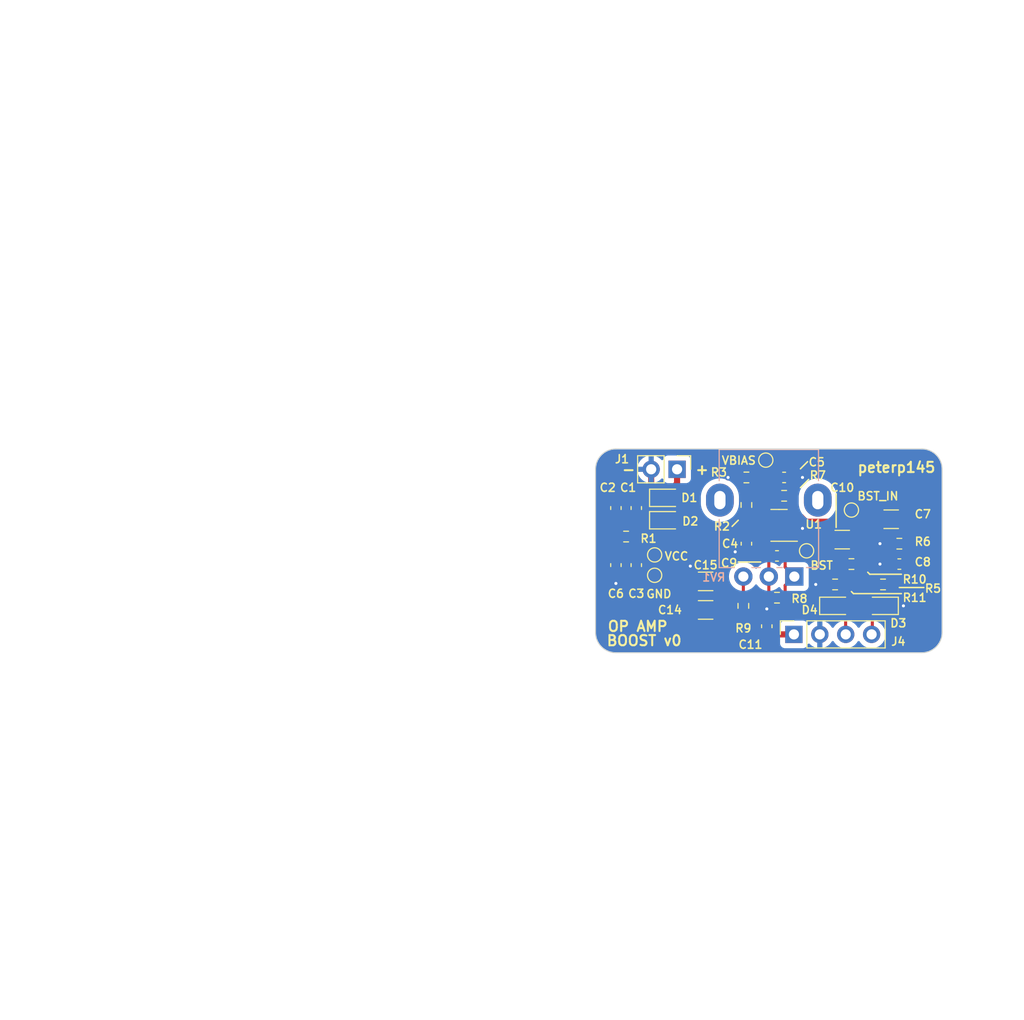
<source format=kicad_pcb>
(kicad_pcb (version 20221018) (generator pcbnew)
  (layers (0 "F.Cu" signal) (31 "B.Cu" power) (34 "B.Paste" user) (35 "F.Paste" user) (36 "B.SilkS" user "B.Silkscreen") (37 "F.SilkS" user "F.Silkscreen") (38 "B.Mask" user) (39 "F.Mask" user) (44 "Edge.Cuts" user))
  (net 0 "")
  (net 1 "GND")
  (net 2 "VCC")
  (net 3 "Net-(C10-Pad2)")
  (net 4 "Net-(R9-Pad1)")
  (net 5 "/VCC_FILT_IN")
  (net 6 "/in_filt")
  (net 7 "/boost+")
  (net 8 "/boost-")
  (net 9 "/boost_out")
  (net 10 "/VCC_IN")
  (net 11 "/in")
  (net 12 "/out")
  (net 13 "/VBIAS")
  (net 14 "Net-(C14-Pad1)")
  (footprint "resistors:R_0603_1608Metric" (layer "F.Cu") (at 166.5 107.3)
    (fp_text reference "R11" (at 7.8 1.3 180) (layer "F.SilkS") (effects (font (size 0.8 0.8))))
    (fp_text value "10k")
    (fp_line (start -0.237258 -0.5225) (end 0.237258 -0.5225) (stroke (width 0.12)) (layer "F.SilkS"))
    (fp_line (start -0.237258 0.5225) (end 0.237258 0.5225) (stroke (width 0.12)) (layer "F.SilkS"))
    (pad "1" smd roundrect (at -0.8 0) (size 0.95 1) (layers "F.Cu" "F.Paste" "F.Mask") (net 1 "GND"))
    (pad "2" smd roundrect (at 0.8 0) (size 0.95 1) (layers "F.Cu" "F.Paste" "F.Mask") (net 12 "/out"))
  )
  (footprint "capacitors:C_0603_1608Metric" (layer "F.Cu") (at 147 105.4 -90)
    (fp_text reference "C3" (at 2.8 0 -180) (layer "F.SilkS") (effects (font (size 0.8 0.8))))
    (fp_text value "2u2")
    (fp_line (start -0.14058 -0.51) (end 0.14058 -0.51) (stroke (width 0.12)) (layer "F.SilkS"))
    (fp_line (start -0.14058 0.51) (end 0.14058 0.51) (stroke (width 0.12)) (layer "F.SilkS"))
    (pad "1" smd roundrect (at -0.8 0 270) (size 0.95 1) (layers "F.Cu" "F.Paste" "F.Mask") (net 2 "VCC"))
    (pad "2" smd roundrect (at 0.8 0 270) (size 0.95 1) (layers "F.Cu" "F.Paste" "F.Mask") (net 1 "GND"))
  )
  (footprint "capacitors:C_1206_3216Metric" (layer "F.Cu") (at 172 100.9 180)
    (fp_text reference "C7" (at -3.1 0.5) (layer "F.SilkS") (effects (font (size 0.8 0.8))))
    (fp_text value "0u1")
    (fp_line (start -0.711252 -0.91) (end 0.711252 -0.91) (stroke (width 0.12)) (layer "F.SilkS"))
    (fp_line (start -0.711252 0.91) (end 0.711252 0.91) (stroke (width 0.12)) (layer "F.SilkS"))
    (pad "1" smd roundrect (at -1.45 0 180) (size 1.15 1.8) (layers "F.Cu" "F.Paste" "F.Mask") (roundrect_rratio 0.217391) (net 6 "/in_filt"))
    (pad "2" smd roundrect (at 1.45 0 180) (size 1.15 1.8) (layers "F.Cu" "F.Paste" "F.Mask") (roundrect_rratio 0.217391) (net 7 "/boost+"))
  )
  (footprint "capacitors:C_0603_1608Metric" (layer "F.Cu") (at 159.8 111.4 90)
    (fp_text reference "C11" (at -1.8 -1.6 180) (layer "F.SilkS") (effects (font (size 0.8 0.8))))
    (fp_text value "0u1")
    (fp_line (start -0.14058 -0.51) (end 0.14058 -0.51) (stroke (width 0.12)) (layer "F.SilkS"))
    (fp_line (start -0.14058 0.51) (end 0.14058 0.51) (stroke (width 0.12)) (layer "F.SilkS"))
    (pad "1" smd roundrect (at -0.8 0 90) (size 0.95 1) (layers "F.Cu" "F.Paste" "F.Mask") (net 2 "VCC"))
    (pad "2" smd roundrect (at 0.8 0 90) (size 0.95 1) (layers "F.Cu" "F.Paste" "F.Mask") (net 1 "GND"))
  )
  (footprint "TestPoint:TestPoint_Pad_D1.0mm" (layer "F.Cu") (at 168.1 100)
    (fp_text reference "TP4" hide)
    (fp_text value "TestPoint")
    (fp_circle (center 0 0) (end 0 0.7) (stroke (width 0.12)) (fill none) (layer "F.SilkS"))
    (pad "1" smd circle (at 0 0) (size 1 1) (layers "F.Cu" "F.Mask") (net 7 "/boost+"))
  )
  (footprint "hammond:1590G" (layer "F.Cu") (at 160 100)
    (fp_text reference "N1" hide)
    (fp_text value "1590G2")
  )
  (footprint "capacitors:C_0603_1608Metric" (layer "F.Cu") (at 160.8 104.5)
    (fp_text reference "C9" (at -4.7 0.7) (layer "F.SilkS") (effects (font (size 0.8 0.8))))
    (fp_text value "100p")
    (fp_line (start -0.14058 -0.51) (end 0.14058 -0.51) (stroke (width 0.12)) (layer "F.SilkS"))
    (fp_line (start -0.14058 0.51) (end 0.14058 0.51) (stroke (width 0.12)) (layer "F.SilkS"))
    (pad "1" smd roundrect (at -0.8 0) (size 0.95 1) (layers "F.Cu" "F.Paste" "F.Mask") (net 8 "/boost-"))
    (pad "2" smd roundrect (at 0.8 0) (size 0.95 1) (layers "F.Cu" "F.Paste" "F.Mask") (net 9 "/boost_out"))
  )
  (footprint "resistors:R_0603_1608Metric" (layer "F.Cu") (at 161.5 98.6 180)
    (fp_text reference "R7" (at -3.3 2) (layer "F.SilkS") (effects (font (size 0.8 0.8))))
    (fp_text value "2M2")
    (fp_line (start -0.237258 -0.5225) (end 0.237258 -0.5225) (stroke (width 0.12)) (layer "F.SilkS"))
    (fp_line (start -0.237258 0.5225) (end 0.237258 0.5225) (stroke (width 0.12)) (layer "F.SilkS"))
    (pad "1" smd roundrect (at -0.8 0 180) (size 0.95 1) (layers "F.Cu" "F.Paste" "F.Mask") (net 7 "/boost+"))
    (pad "2" smd roundrect (at 0.8 0 180) (size 0.95 1) (layers "F.Cu" "F.Paste" "F.Mask") (net 13 "/VBIAS"))
  )
  (footprint "capacitors:C_0603_1608Metric" (layer "F.Cu") (at 147 99.8 90)
    (fp_text reference "C1" (at 2 -0.8 180) (layer "F.SilkS") (effects (font (size 0.8 0.8))))
    (fp_text value "0u1")
    (fp_line (start -0.14058 -0.51) (end 0.14058 -0.51) (stroke (width 0.12)) (layer "F.SilkS"))
    (fp_line (start -0.14058 0.51) (end 0.14058 0.51) (stroke (width 0.12)) (layer "F.SilkS"))
    (pad "1" smd roundrect (at -0.8 0 90) (size 0.95 1) (layers "F.Cu" "F.Paste" "F.Mask") (net 5 "/VCC_FILT_IN"))
    (pad "2" smd roundrect (at 0.8 0 90) (size 0.95 1) (layers "F.Cu" "F.Paste" "F.Mask") (net 1 "GND"))
  )
  (footprint "capacitors:C_0603_1608Metric" (layer "F.Cu") (at 157.8 103.3 -90)
    (fp_text reference "C4" (at 0 1.6 -180) (layer "F.SilkS") (effects (font (size 0.8 0.8))))
    (fp_text value "0u1")
    (fp_line (start -0.14058 -0.51) (end 0.14058 -0.51) (stroke (width 0.12)) (layer "F.SilkS"))
    (fp_line (start -0.14058 0.51) (end 0.14058 0.51) (stroke (width 0.12)) (layer "F.SilkS"))
    (pad "1" smd roundrect (at -0.8 0 270) (size 0.95 1) (layers "F.Cu" "F.Paste" "F.Mask") (net 2 "VCC"))
    (pad "2" smd roundrect (at 0.8 0 270) (size 0.95 1) (layers "F.Cu" "F.Paste" "F.Mask") (net 1 "GND"))
  )
  (footprint "SOD:D_SOD-323" (layer "F.Cu") (at 171.2 109.4 180)
    (fp_text reference "D3" (at -1.5 -1.7) (layer "F.SilkS") (effects (font (size 0.8 0.8))))
    (fp_text value "12V 1A")
    (fp_line (start -1.5 -0.85) (end -1.5 0.85) (stroke (width 0.12)) (layer "F.SilkS"))
    (fp_line (start -1.5 -0.85) (end 1.05 -0.85) (stroke (width 0.12)) (layer "F.SilkS"))
    (fp_line (start -1.5 0.85) (end 1.05 0.85) (stroke (width 0.12)) (layer "F.SilkS"))
    (pad "1" smd roundrect (at -1.05 0 180) (size 0.6 0.45) (layers "F.Cu" "F.Paste" "F.Mask") (roundrect_rratio 0.2) (net 1 "GND"))
    (pad "2" smd roundrect (at 1.05 0 180) (size 0.6 0.45) (layers "F.Cu" "F.Paste" "F.Mask") (roundrect_rratio 0.2) (net 11 "/in"))
  )
  (footprint "capacitors:C_1206_3216Metric" (layer "F.Cu") (at 153.8 109.8 180)
    (fp_text reference "C14" (at 3.5 0) (layer "F.SilkS") (effects (font (size 0.8 0.8))))
    (fp_text value "22u")
    (fp_line (start -0.711252 -0.91) (end 0.711252 -0.91) (stroke (width 0.12)) (layer "F.SilkS"))
    (fp_line (start -0.711252 0.91) (end 0.711252 0.91) (stroke (width 0.12)) (layer "F.SilkS"))
    (pad "1" smd roundrect (at -1.45 0 180) (size 1.15 1.8) (layers "F.Cu" "F.Paste" "F.Mask") (roundrect_rratio 0.217391) (net 14 "Net-(C14-Pad1)"))
    (pad "2" smd roundrect (at 1.45 0 180) (size 1.15 1.8) (layers "F.Cu" "F.Paste" "F.Mask") (roundrect_rratio 0.217391) (net 1 "GND"))
  )
  (footprint "capacitors:C_0603_1608Metric" (layer "F.Cu") (at 145 105.4 -90)
    (fp_text reference "C6" (at 2.8 0 -180) (layer "F.SilkS") (effects (font (size 0.8 0.8))))
    (fp_text value "2u2")
    (fp_line (start -0.14058 -0.51) (end 0.14058 -0.51) (stroke (width 0.12)) (layer "F.SilkS"))
    (fp_line (start -0.14058 0.51) (end 0.14058 0.51) (stroke (width 0.12)) (layer "F.SilkS"))
    (pad "1" smd roundrect (at -0.8 0 270) (size 0.95 1) (layers "F.Cu" "F.Paste" "F.Mask") (net 2 "VCC"))
    (pad "2" smd roundrect (at 0.8 0 270) (size 0.95 1) (layers "F.Cu" "F.Paste" "F.Mask") (net 1 "GND"))
  )
  (footprint "resistors:R_0603_1608Metric" (layer "F.Cu") (at 160.8 108.6 180)
    (fp_text reference "R8" (at -2.2 -0.1) (layer "F.SilkS") (effects (font (size 0.8 0.8))))
    (fp_text value "100k")
    (fp_line (start -0.237258 -0.5225) (end 0.237258 -0.5225) (stroke (width 0.12)) (layer "F.SilkS"))
    (fp_line (start -0.237258 0.5225) (end 0.237258 0.5225) (stroke (width 0.12)) (layer "F.SilkS"))
    (pad "1" smd roundrect (at -0.8 0 180) (size 0.95 1) (layers "F.Cu" "F.Paste" "F.Mask") (net 9 "/boost_out"))
    (pad "2" smd roundrect (at 0.8 0 180) (size 0.95 1) (layers "F.Cu" "F.Paste" "F.Mask") (net 8 "/boost-"))
  )
  (footprint "TestPoint:TestPoint_Pad_D1.0mm" (layer "F.Cu") (at 163.7 104)
    (fp_text reference "TP5" hide)
    (fp_text value "TestPoint")
    (fp_circle (center 0 0) (end 0 0.7) (stroke (width 0.12)) (fill none) (layer "F.SilkS"))
    (pad "1" smd circle (at 0 0) (size 1 1) (layers "F.Cu" "F.Mask") (net 9 "/boost_out"))
  )
  (footprint "SOT:TSOT-23-5" (layer "F.Cu") (at 161 101.5 180)
    (fp_text reference "U1" (at -3.4 0.1) (layer "F.SilkS") (effects (font (size 0.8 0.8))))
    (fp_text value "OPA1677")
    (fp_line (start 0 -1.56) (end -1.8 -1.56) (stroke (width 0.12)) (layer "F.SilkS"))
    (fp_line (start 0 -1.56) (end 0.8 -1.56) (stroke (width 0.12)) (layer "F.SilkS"))
    (fp_line (start 0 1.56) (end -0.8 1.56) (stroke (width 0.12)) (layer "F.SilkS"))
    (fp_line (start 0 1.56) (end 0.8 1.56) (stroke (width 0.12)) (layer "F.SilkS"))
    (pad "1" smd roundrect (at -1.3 -0.95 180) (size 1.1 0.6) (layers "F.Cu" "F.Paste" "F.Mask") (net 9 "/boost_out"))
    (pad "2" smd roundrect (at -1.3 0 180) (size 1.1 0.6) (layers "F.Cu" "F.Paste" "F.Mask") (net 1 "GND"))
    (pad "3" smd roundrect (at -1.3 0.95 180) (size 1.1 0.6) (layers "F.Cu" "F.Paste" "F.Mask") (net 7 "/boost+"))
    (pad "4" smd roundrect (at 1.3 0.95 180) (size 1.1 0.6) (layers "F.Cu" "F.Paste" "F.Mask") (net 8 "/boost-"))
    (pad "5" smd roundrect (at 1.3 -0.95 180) (size 1.1 0.6) (layers "F.Cu" "F.Paste" "F.Mask") (net 2 "VCC"))
  )
  (footprint "capacitors:C_1206_3216Metric" (layer "F.Cu") (at 167.2 102.9)
    (fp_text reference "C10" (at 0 -5.1) (layer "F.SilkS") (effects (font (size 0.8 0.8))))
    (fp_text value "10u")
    (fp_line (start -0.711252 -0.91) (end 0.711252 -0.91) (stroke (width 0.12)) (layer "F.SilkS"))
    (fp_line (start -0.711252 0.91) (end 0.711252 0.91) (stroke (width 0.12)) (layer "F.SilkS"))
    (pad "1" smd roundrect (at -1.45 0) (size 1.15 1.8) (layers "F.Cu" "F.Paste" "F.Mask") (roundrect_rratio 0.217391) (net 9 "/boost_out"))
    (pad "2" smd roundrect (at 1.45 0) (size 1.15 1.8) (layers "F.Cu" "F.Paste" "F.Mask") (roundrect_rratio 0.217391) (net 3 "Net-(C10-Pad2)"))
  )
  (footprint "resistors:R_0603_1608Metric" (layer "F.Cu") (at 157.5 109.4 -90)
    (fp_text reference "R9" (at 2.2 0 -180) (layer "F.SilkS") (effects (font (size 0.8 0.8))))
    (fp_text value "330R")
    (fp_line (start -0.237258 -0.5225) (end 0.237258 -0.5225) (stroke (width 0.12)) (layer "F.SilkS"))
    (fp_line (start -0.237258 0.5225) (end 0.237258 0.5225) (stroke (width 0.12)) (layer "F.SilkS"))
    (pad "1" smd roundrect (at -0.8 0 270) (size 0.95 1) (layers "F.Cu" "F.Paste" "F.Mask") (net 4 "Net-(R9-Pad1)"))
    (pad "2" smd roundrect (at 0.8 0 270) (size 0.95 1) (layers "F.Cu" "F.Paste" "F.Mask") (net 14 "Net-(C14-Pad1)"))
  )
  (footprint "capacitors:C_0603_1608Metric" (layer "F.Cu") (at 161.5 96.8)
    (fp_text reference "C5" (at 3.2 -1.5) (layer "F.SilkS") (effects (font (size 0.8 0.8))))
    (fp_text value "0u1")
    (fp_line (start -0.14058 -0.51) (end 0.14058 -0.51) (stroke (width 0.12)) (layer "F.SilkS"))
    (fp_line (start -0.14058 0.51) (end 0.14058 0.51) (stroke (width 0.12)) (layer "F.SilkS"))
    (pad "1" smd roundrect (at -0.8 0) (size 0.95 1) (layers "F.Cu" "F.Paste" "F.Mask") (net 13 "/VBIAS"))
    (pad "2" smd roundrect (at 0.8 0) (size 0.95 1) (layers "F.Cu" "F.Paste" "F.Mask") (net 1 "GND"))
  )
  (footprint "TestPoint:TestPoint_Pad_D1.0mm" (layer "F.Cu") (at 148.8 106.4)
    (fp_text reference "TP2" hide)
    (fp_text value "TestPoint")
    (fp_circle (center 0 0) (end 0 0.7) (stroke (width 0.12)) (fill none) (layer "F.SilkS"))
    (pad "1" smd circle (at 0 0) (size 1 1) (layers "F.Cu" "F.Mask") (net 1 "GND"))
  )
  (footprint "Connector_PinHeader_2.54mm:PinHeader_1x02_P2.54mm_Vertical" (layer "F.Cu") (at 151 96 -90)
    (fp_text reference "J1" (at -1 5.4) (layer "F.SilkS") (effects (font (size 0.8 0.8))))
    (fp_text value "Conn_01x02")
    (fp_line (start -1.33 -1.33) (end 0 -1.33) (stroke (width 0.12)) (layer "F.SilkS"))
    (fp_line (start -1.33 0) (end -1.33 -1.33) (stroke (width 0.12)) (layer "F.SilkS"))
    (fp_line (start -1.33 1.27) (end -1.33 3.87) (stroke (width 0.12)) (layer "F.SilkS"))
    (fp_line (start -1.33 1.27) (end 1.33 1.27) (stroke (width 0.12)) (layer "F.SilkS"))
    (fp_line (start -1.33 3.87) (end 1.33 3.87) (stroke (width 0.12)) (layer "F.SilkS"))
    (fp_line (start 1.33 1.27) (end 1.33 3.87) (stroke (width 0.12)) (layer "F.SilkS"))
    (pad "1" thru_hole rect (at 0 0 270) (size 1.7 1.7) (drill 1) (layers "*.Cu" "*.Mask") (net 10 "/VCC_IN"))
    (pad "2" thru_hole oval (at 0 2.54 270) (size 1.7 1.7) (drill 1) (layers "*.Cu" "*.Mask") (net 1 "GND"))
  )
  (footprint "TestPoint:TestPoint_Pad_D1.0mm" (layer "F.Cu") (at 148.8 104.4)
    (fp_text reference "TP1" hide)
    (fp_text value "TestPoint")
    (fp_circle (center 0 0) (end 0 0.7) (stroke (width 0.12)) (fill none) (layer "F.SilkS"))
    (pad "1" smd circle (at 0 0) (size 1 1) (layers "F.Cu" "F.Mask") (net 2 "VCC"))
  )
  (footprint "resistors:R_0603_1608Metric" (layer "F.Cu") (at 172.8 103.3)
    (fp_text reference "R6" (at 2.3 -0.2) (layer "F.SilkS") (effects (font (size 0.8 0.8))))
    (fp_text value "2M2")
    (fp_line (start -0.237258 -0.5225) (end 0.237258 -0.5225) (stroke (width 0.12)) (layer "F.SilkS"))
    (fp_line (start -0.237258 0.5225) (end 0.237258 0.5225) (stroke (width 0.12)) (layer "F.SilkS"))
    (pad "1" smd roundrect (at -0.8 0) (size 0.95 1) (layers "F.Cu" "F.Paste" "F.Mask") (net 1 "GND"))
    (pad "2" smd roundrect (at 0.8 0) (size 0.95 1) (layers "F.Cu" "F.Paste" "F.Mask") (net 6 "/in_filt"))
  )
  (footprint "resistors:R_0603_1608Metric" (layer "F.Cu") (at 168.1 105.3 180)
    (fp_text reference "R10" (at -6.2 -1.5) (layer "F.SilkS") (effects (font (size 0.8 0.8))))
    (fp_text value "100R")
    (fp_line (start -0.237258 -0.5225) (end 0.237258 -0.5225) (stroke (width 0.12)) (layer "F.SilkS"))
    (fp_line (start -0.237258 0.5225) (end 0.237258 0.5225) (stroke (width 0.12)) (layer "F.SilkS"))
    (pad "1" smd roundrect (at -0.8 0 180) (size 0.95 1) (layers "F.Cu" "F.Paste" "F.Mask") (net 3 "Net-(C10-Pad2)"))
    (pad "2" smd roundrect (at 0.8 0 180) (size 0.95 1) (layers "F.Cu" "F.Paste" "F.Mask") (net 12 "/out"))
  )
  (footprint "SOD:D_SOD-323" (layer "F.Cu") (at 149.8 101)
    (fp_text reference "D2" (at 2.5 0.1) (layer "F.SilkS") (effects (font (size 0.8 0.8))))
    (fp_text value "40V 500mA")
    (fp_line (start -1.5 -0.85) (end -1.5 0.85) (stroke (width 0.12)) (layer "F.SilkS"))
    (fp_line (start -1.5 -0.85) (end 1.05 -0.85) (stroke (width 0.12)) (layer "F.SilkS"))
    (fp_line (start -1.5 0.85) (end 1.05 0.85) (stroke (width 0.12)) (layer "F.SilkS"))
    (pad "1" smd roundrect (at -1.05 0) (size 0.6 0.45) (layers "F.Cu" "F.Paste" "F.Mask") (roundrect_rratio 0.2) (net 5 "/VCC_FILT_IN"))
    (pad "2" smd roundrect (at 1.05 0) (size 0.6 0.45) (layers "F.Cu" "F.Paste" "F.Mask") (roundrect_rratio 0.2) (net 10 "/VCC_IN"))
  )
  (footprint "capacitors:C_0603_1608Metric" (layer "F.Cu") (at 145 99.8 90)
    (fp_text reference "C2" (at 2 -0.8 180) (layer "F.SilkS") (effects (font (size 0.8 0.8))))
    (fp_text value "0u1")
    (fp_line (start -0.14058 -0.51) (end 0.14058 -0.51) (stroke (width 0.12)) (layer "F.SilkS"))
    (fp_line (start -0.14058 0.51) (end 0.14058 0.51) (stroke (width 0.12)) (layer "F.SilkS"))
    (pad "1" smd roundrect (at -0.8 0 90) (size 0.95 1) (layers "F.Cu" "F.Paste" "F.Mask") (net 2 "VCC"))
    (pad "2" smd roundrect (at 0.8 0 90) (size 0.95 1) (layers "F.Cu" "F.Paste" "F.Mask") (net 1 "GND"))
  )
  (footprint "SOD:D_SOD-323" (layer "F.Cu") (at 149.8 98.8)
    (fp_text reference "D1" (at 2.4 0) (layer "F.SilkS") (effects (font (size 0.8 0.8))))
    (fp_text value "12V 1A")
    (fp_line (start -1.5 -0.85) (end -1.5 0.85) (stroke (width 0.12)) (layer "F.SilkS"))
    (fp_line (start -1.5 -0.85) (end 1.05 -0.85) (stroke (width 0.12)) (layer "F.SilkS"))
    (fp_line (start -1.5 0.85) (end 1.05 0.85) (stroke (width 0.12)) (layer "F.SilkS"))
    (pad "1" smd roundrect (at -1.05 0) (size 0.6 0.45) (layers "F.Cu" "F.Paste" "F.Mask") (roundrect_rratio 0.2) (net 1 "GND"))
    (pad "2" smd roundrect (at 1.05 0) (size 0.6 0.45) (layers "F.Cu" "F.Paste" "F.Mask") (roundrect_rratio 0.2) (net 10 "/VCC_IN"))
  )
  (footprint "resistors:R_0603_1608Metric" (layer "F.Cu") (at 157.8 96.8 180)
    (fp_text reference "R3" (at 2.7 0.5) (layer "F.SilkS") (effects (font (size 0.8 0.8))))
    (fp_text value "10k")
    (fp_line (start -0.237258 -0.5225) (end 0.237258 -0.5225) (stroke (width 0.12)) (layer "F.SilkS"))
    (fp_line (start -0.237258 0.5225) (end 0.237258 0.5225) (stroke (width 0.12)) (layer "F.SilkS"))
    (pad "1" smd roundrect (at -0.8 0 180) (size 0.95 1) (layers "F.Cu" "F.Paste" "F.Mask") (net 13 "/VBIAS"))
    (pad "2" smd roundrect (at 0.8 0 180) (size 0.95 1) (layers "F.Cu" "F.Paste" "F.Mask") (net 1 "GND"))
  )
  (footprint "TestPoint:TestPoint_Pad_D1.0mm" (layer "F.Cu") (at 159.7 95.1)
    (fp_text reference "TP3" hide)
    (fp_text value "TestPoint")
    (fp_circle (center 0 0) (end 0 0.7) (stroke (width 0.12)) (fill none) (layer "F.SilkS"))
    (pad "1" smd circle (at 0 0) (size 1 1) (layers "F.Cu" "F.Mask") (net 13 "/VBIAS"))
  )
  (footprint "resistors:R_0603_1608Metric" (layer "F.Cu") (at 146 102.6 180)
    (fp_text reference "R1" (at -2.2 -0.2 180) (layer "F.SilkS") (effects (font (size 0.8 0.8))))
    (fp_text value "100R")
    (fp_line (start -0.237258 -0.5225) (end 0.237258 -0.5225) (stroke (width 0.12)) (layer "F.SilkS"))
    (fp_line (start -0.237258 0.5225) (end 0.237258 0.5225) (stroke (width 0.12)) (layer "F.SilkS"))
    (pad "1" smd roundrect (at -0.8 0 180) (size 0.95 1) (layers "F.Cu" "F.Paste" "F.Mask") (net 5 "/VCC_FILT_IN"))
    (pad "2" smd roundrect (at 0.8 0 180) (size 0.95 1) (layers "F.Cu" "F.Paste" "F.Mask") (net 2 "VCC"))
  )
  (footprint "capacitors:C_0603_1608Metric" (layer "F.Cu") (at 172.8 105.3)
    (fp_text reference "C8" (at 2.3 -0.2) (layer "F.SilkS") (effects (font (size 0.8 0.8))))
    (fp_text value "100p")
    (fp_line (start -0.14058 -0.51) (end 0.14058 -0.51) (stroke (width 0.12)) (layer "F.SilkS"))
    (fp_line (start -0.14058 0.51) (end 0.14058 0.51) (stroke (width 0.12)) (layer "F.SilkS"))
    (pad "1" smd roundrect (at -0.8 0) (size 0.95 1) (layers "F.Cu" "F.Paste" "F.Mask") (net 1 "GND"))
    (pad "2" smd roundrect (at 0.8 0) (size 0.95 1) (layers "F.Cu" "F.Paste" "F.Mask") (net 6 "/in_filt"))
  )
  (footprint "resistors:R_0603_1608Metric" (layer "F.Cu") (at 171.2 107.3)
    (fp_text reference "R5" (at 4.9 0.4) (layer "F.SilkS") (effects (font (size 0.8 0.8))))
    (fp_text value "100R")
    (fp_line (start -0.237258 -0.5225) (end 0.237258 -0.5225) (stroke (width 0.12)) (layer "F.SilkS"))
    (fp_line (start -0.237258 0.5225) (end 0.237258 0.5225) (stroke (width 0.12)) (layer "F.SilkS"))
    (pad "1" smd roundrect (at -0.8 0) (size 0.95 1) (layers "F.Cu" "F.Paste" "F.Mask") (net 11 "/in"))
    (pad "2" smd roundrect (at 0.8 0) (size 0.95 1) (layers "F.Cu" "F.Paste" "F.Mask") (net 6 "/in_filt"))
  )
  (footprint "connectors_headers:PinSocket_1x04_P2.54mm_Vertical" (layer "F.Cu") (at 162.46 112.2 90)
    (fp_text reference "J4" (at -0.7 10.24 180) (layer "F.SilkS") (effects (font (size 0.8 0.8))))
    (fp_text value "Conn_01x04")
    (fp_line (start -1.33 1.27) (end -1.33 8.95) (stroke (width 0.12)) (layer "F.SilkS"))
    (fp_line (start -1.33 1.27) (end 1.33 1.27) (stroke (width 0.12)) (layer "F.SilkS"))
    (fp_line (start -1.33 8.95) (end 1.33 8.95) (stroke (width 0.12)) (layer "F.SilkS"))
    (fp_line (start 0 -1.33) (end 1.33 -1.33) (stroke (width 0.12)) (layer "F.SilkS"))
    (fp_line (start 1.33 -1.33) (end 1.33 0) (stroke (width 0.12)) (layer "F.SilkS"))
    (fp_line (start 1.33 1.27) (end 1.33 8.95) (stroke (width 0.12)) (layer "F.SilkS"))
    (pad "1" thru_hole rect (at 0 0 90) (size 1.7 1.7) (drill 1) (layers "*.Cu" "*.Mask") (net 2 "VCC"))
    (pad "2" thru_hole oval (at 0 2.54 90) (size 1.7 1.7) (drill 1) (layers "*.Cu" "*.Mask") (net 1 "GND"))
    (pad "3" thru_hole oval (at 0 5.08 90) (size 1.7 1.7) (drill 1) (layers "*.Cu" "*.Mask") (net 12 "/out"))
    (pad "4" thru_hole oval (at 0 7.62 90) (size 1.7 1.7) (drill 1) (layers "*.Cu" "*.Mask") (net 11 "/in"))
  )
  (footprint "capacitors:C_1206_3216Metric" (layer "F.Cu") (at 153.8 107 180)
    (fp_text reference "C15" (at 0 1.6) (layer "F.SilkS") (effects (font (size 0.8 0.8))))
    (fp_text value "22u")
    (fp_line (start -0.711252 -0.91) (end 0.711252 -0.91) (stroke (width 0.12)) (layer "F.SilkS"))
    (fp_line (start -0.711252 0.91) (end 0.711252 0.91) (stroke (width 0.12)) (layer "F.SilkS"))
    (pad "1" smd roundrect (at -1.45 0 180) (size 1.15 1.8) (layers "F.Cu" "F.Paste" "F.Mask") (roundrect_rratio 0.217391) (net 14 "Net-(C14-Pad1)"))
    (pad "2" smd roundrect (at 1.45 0 180) (size 1.15 1.8) (layers "F.Cu" "F.Paste" "F.Mask") (roundrect_rratio 0.217391) (net 1 "GND"))
  )
  (footprint "SOD:D_SOD-323" (layer "F.Cu") (at 166.48 109.4)
    (fp_text reference "D4" (at -2.48 0.4) (layer "F.SilkS") (effects (font (size 0.8 0.8))))
    (fp_text value "12V 1A")
    (fp_line (start -1.5 -0.85) (end -1.5 0.85) (stroke (width 0.12)) (layer "F.SilkS"))
    (fp_line (start -1.5 -0.85) (end 1.05 -0.85) (stroke (width 0.12)) (layer "F.SilkS"))
    (fp_line (start -1.5 0.85) (end 1.05 0.85) (stroke (width 0.12)) (layer "F.SilkS"))
    (pad "1" smd roundrect (at -1.05 0) (size 0.6 0.45) (layers "F.Cu" "F.Paste" "F.Mask") (roundrect_rratio 0.2) (net 1 "GND"))
    (pad "2" smd roundrect (at 1.05 0) (size 0.6 0.45) (layers "F.Cu" "F.Paste" "F.Mask") (roundrect_rratio 0.2) (net 12 "/out"))
  )
  (footprint "resistors:R_0603_1608Metric" (layer "F.Cu") (at 157.8 99.5 90)
    (fp_text reference "R2" (at -2.1 -2.4 180) (layer "F.SilkS") (effects (font (size 0.8 0.8))))
    (fp_text value "10k")
    (fp_line (start -0.237258 -0.5225) (end 0.237258 -0.5225) (stroke (width 0.12)) (layer "F.SilkS"))
    (fp_line (start -0.237258 0.5225) (end 0.237258 0.5225) (stroke (width 0.12)) (layer "F.SilkS"))
    (pad "1" smd roundrect (at -0.8 0 90) (size 0.95 1) (layers "F.Cu" "F.Paste" "F.Mask") (net 2 "VCC"))
    (pad "2" smd roundrect (at 0.8 0 90) (size 0.95 1) (layers "F.Cu" "F.Paste" "F.Mask") (net 13 "/VBIAS"))
  )
  (footprint "potentiometers:Pot_RD901F-40-00D_Single_Vertical" (layer "B.Cu") (at 162.5 106.525 90)
    (fp_text reference "RV1" (at -0.075 -7.9 180) (layer "B.SilkS") (effects (font (size 0.8 0.8)) (justify mirror)))
    (fp_text value "10k LIN" hide)
    (fp_line (start 0.88 -7.37) (end 0.88 -5.88) (stroke (width 0.12)) (layer "B.SilkS"))
    (fp_line (start 0.88 -7.37) (end 5.6 -7.37) (stroke (width 0.12)) (layer "B.SilkS"))
    (fp_line (start 0.88 -4.16) (end 0.88 -3.33) (stroke (width 0.12)) (layer "B.SilkS"))
    (fp_line (start 0.88 -1.71) (end 0.88 -1.18) (stroke (width 0.12)) (layer "B.SilkS"))
    (fp_line (start 0.88 1.19) (end 0.88 2.37) (stroke (width 0.12)) (layer "B.SilkS"))
    (fp_line (start 0.88 2.38) (end 5.6 2.38) (stroke (width 0.12)) (layer "B.SilkS"))
    (fp_line (start 9.41 -7.37) (end 12.47 -7.37) (stroke (width 0.12)) (layer "B.SilkS"))
    (fp_line (start 9.41 2.37) (end 12.47 2.37) (stroke (width 0.12)) (layer "B.SilkS"))
    (fp_line (start 12.47 -7.37) (end 12.47 2.37) (stroke (width 0.12)) (layer "B.SilkS"))
    (pad "" thru_hole oval (at 7.5 -7.3) (size 2.72 3.24) (drill oval 1.1 1.8) (layers "*.Cu" "*.Mask"))
    (pad "" thru_hole oval (at 7.5 2.3) (size 2.72 3.24) (drill oval 1.1 1.8) (layers "*.Cu" "*.Mask"))
    (pad "1" thru_hole rect (at 0 0) (size 1.8 1.8) (drill 1) (layers "*.Cu" "*.Mask") (net 9 "/boost_out"))
    (pad "2" thru_hole circle (at 0 -2.5) (size 1.8 1.8) (drill 1) (layers "*.Cu" "*.Mask") (net 8 "/boost-"))
    (pad "3" thru_hole circle (at 0 -5) (size 1.8 1.8) (drill 1) (layers "*.Cu" "*.Mask") (net 4 "Net-(R9-Pad1)"))
  )
  (gr_line (start 169.9 106.3) (end 169.7 106.1) (stroke (width 0.15)) (layer "F.SilkS"))
  (gr_line (start 157 101) (end 156.4 101.6) (stroke (width 0.15)) (layer "F.SilkS"))
  (gr_line (start 163.1 97.8) (end 163.9 97) (stroke (width 0.15)) (layer "F.SilkS"))
  (gr_line (start 157 105.1) (end 159.2 105.1) (stroke (width 0.15)) (layer "F.SilkS"))
  (gr_line (start 173 106.3) (end 169.9 106.3) (stroke (width 0.15)) (layer "F.SilkS"))
  (gr_line (start 175.2 107.6) (end 172.8 107.6) (stroke (width 0.15)) (layer "F.SilkS"))
  (gr_line (start 163.1 95.95) (end 163.8 95.25) (stroke (width 0.15)) (layer "F.SilkS"))
  (gr_line (start 168.3 108.2) (end 168.1 108) (stroke (width 0.15)) (layer "F.SilkS"))
  (gr_line (start 173 108.2) (end 168.3 108.2) (stroke (width 0.15)) (layer "F.SilkS"))
  (gr_line (start 166.6 101.7) (end 166.6 98.4) (stroke (width 0.15)) (layer "F.SilkS"))
  (gr_arc (start 175 94) (mid 176.414214 94.585786) (end 177 96) (stroke (width 0.1)) (layer "Edge.Cuts"))
  (gr_arc (start 177 112) (mid 176.414214 113.414214) (end 175 114) (stroke (width 0.1)) (layer "Edge.Cuts"))
  (gr_arc (start 145 114) (mid 143.585786 113.414214) (end 143 112) (stroke (width 0.1)) (layer "Edge.Cuts"))
  (gr_line (start 145 94) (end 175 94) (stroke (width 0.1)) (layer "Edge.Cuts"))
  (gr_arc (start 143 96) (mid 143.585786 94.585786) (end 145 94) (stroke (width 0.1)) (layer "Edge.Cuts"))
  (gr_line (start 143 96) (end 143 112) (stroke (width 0.1)) (layer "Edge.Cuts"))
  (gr_line (start 145 114) (end 175 114) (stroke (width 0.1)) (layer "Edge.Cuts"))
  (gr_line (start 177 96) (end 177 112) (stroke (width 0.1)) (layer "Edge.Cuts"))
  (gr_text "+" (at 152.7 96.6) (layer "F.SilkS") (effects (font (size 1 1) (thickness 0.2) bold) (justify left bottom)))
  (gr_text "OP AMP" (at 144.1 112) (layer "F.SilkS") (effects (font (size 1 1) (thickness 0.2) bold) (justify left bottom)))
  (gr_text "BOOST v0" (at 144 113.4) (layer "F.SilkS") (effects (font (size 1 1) (thickness 0.2) bold) (justify left bottom)))
  (gr_text "BST" (at 164 105.9) (layer "F.SilkS") (effects (font (size 0.8 0.8)) (justify left bottom)))
  (gr_text "GND" (at 147.9 108.7) (layer "F.SilkS") (effects (font (size 0.8 0.8)) (justify left bottom)))
  (gr_text "VBIAS" (at 155.3 95.6) (layer "F.SilkS") (effects (font (size 0.8 0.8)) (justify left bottom)))
  (gr_text "BST_IN" (at 168.6 99.1) (layer "F.SilkS") (effects (font (size 0.8 0.8)) (justify left bottom)))
  (gr_text "VCC" (at 149.7 105) (layer "F.SilkS") (effects (font (size 0.8 0.8)) (justify left bottom)))
  (gr_text "peterp145" (at 168.6 96.4) (layer "F.SilkS") (effects (font (size 1 1) (thickness 0.2) bold) (justify left bottom)))
  (gr_text "-" (at 145.5 96.6) (layer "F.SilkS") (effects (font (size 1 1) (thickness 0.2) bold) (justify left bottom)))
  (segment (start 148 99) (end 147 99) (width 0.6) (layer "F.Cu") (net 1))
  (segment (start 148.6 106.2) (end 148.8 106.4) (width 0.6) (layer "F.Cu") (net 1))
  (segment (start 162.3 96.8) (end 163.3 96.8) (width 0.3) (layer "F.Cu") (net 1))
  (segment (start 163 101.5) (end 163.3 101.8) (width 0.3) (layer "F.Cu") (net 1))
  (segment (start 152.35 107) (end 152.35 105.55) (width 0.3) (layer "F.Cu") (net 1))
  (segment (start 147 106.2) (end 148.6 106.2) (width 0.6) (layer "F.Cu") (net 1))
  (segment (start 172 103.3) (end 170.9 103.3) (width 0.25) (layer "F.Cu") (net 1))
  (segment (start 152.35 105.55) (end 152.3 105.5) (width 0.3) (layer "F.Cu") (net 1))
  (segment (start 157 96.8) (end 156 96.8) (width 0.3) (layer "F.Cu") (net 1))
  (segment (start 148.46 98.54) (end 148.46 96) (width 0.6) (layer "F.Cu") (net 1))
  (segment (start 148.2 98.8) (end 148 99) (width 0.6) (layer "F.Cu") (net 1))
  (segment (start 152.35 109.8) (end 152.35 107) (width 0.3) (layer "F.Cu") (net 1))
  (segment (start 145 99) (end 147 99) (width 0.6) (layer "F.Cu") (net 1))
  (segment (start 165.7 107.3) (end 164.6 107.3) (width 0.25) (layer "F.Cu") (net 1))
  (segment (start 159.8 109.7) (end 159.8 110.6) (width 0.25) (layer "F.Cu") (net 1))
  (segment (start 165 109.83) (end 165 112.2) (width 0.25) (layer "F.Cu") (net 1))
  (segment (start 165.43 109.4) (end 165 109.83) (width 0.25) (layer "F.Cu") (net 1))
  (segment (start 162.3 101.5) (end 163 101.5) (width 0.3) (layer "F.Cu") (net 1))
  (segment (start 172 105.3) (end 170.9 105.3) (width 0.25) (layer "F.Cu") (net 1))
  (segment (start 157.8 104.1) (end 156.7 104.1) (width 0.3) (layer "F.Cu") (net 1))
  (segment (start 172.25 109.4) (end 173.2 109.4) (width 0.3) (layer "F.Cu") (net 1))
  (segment (start 145 106.2) (end 145 107.2) (width 0.6) (layer "F.Cu") (net 1))
  (segment (start 148.75 98.8) (end 148.2 98.8) (width 0.6) (layer "F.Cu") (net 1))
  (segment (start 145 106.2) (end 147 106.2) (width 0.6) (layer "F.Cu") (net 1))
  (segment (start 148.2 98.8) (end 148.46 98.54) (width 0.6) (layer "F.Cu") (net 1))
  (via (at 145 107.2) (size 0.6) (drill 0.3) (layers "F.Cu" "B.Cu") (net 1))
  (via (at 159.8 109.7) (size 0.6) (drill 0.3) (layers "F.Cu" "B.Cu") (net 1))
  (via (at 163.3 101.8) (size 0.6) (drill 0.3) (layers "F.Cu" "B.Cu") (net 1))
  (via (at 164.6 107.3) (size 0.6) (drill 0.3) (layers "F.Cu" "B.Cu") (net 1))
  (via (at 152.3 105.5) (size 0.6) (drill 0.3) (layers "F.Cu" "B.Cu") (net 1))
  (via (at 156 96.8) (size 0.6) (drill 0.3) (layers "F.Cu" "B.Cu") (net 1))
  (via (at 170.9 105.3) (size 0.6) (drill 0.3) (layers "F.Cu" "B.Cu") (net 1))
  (via (at 173.2 109.4) (size 0.6) (drill 0.3) (layers "F.Cu" "B.Cu") (net 1))
  (via (at 156.7 104.1) (size 0.6) (drill 0.3) (layers "F.Cu" "B.Cu") (net 1))
  (via (at 163.3 96.8) (size 0.6) (drill 0.3) (layers "F.Cu" "B.Cu") (net 1))
  (via (at 170.9 103.3) (size 0.6) (drill 0.3) (layers "F.Cu" "B.Cu") (net 1))
  (segment (start 159.8 112.2) (end 162.46 112.2) (width 0.6) (layer "F.Cu") (net 2))
  (segment (start 151.8 104.4) (end 153.7 102.5) (width 0.6) (layer "F.Cu") (net 2))
  (segment (start 159.7 102.45) (end 157.85 102.45) (width 0.3) (layer "F.Cu") (net 2))
  (segment (start 145 103.7) (end 145 104.6) (width 0.6) (layer "F.Cu") (net 2))
  (segment (start 157.85 102.45) (end 157.8 102.5) (width 0.3) (layer "F.Cu") (net 2))
  (segment (start 145.2 103.5) (end 145 103.7) (width 0.6) (layer "F.Cu") (net 2))
  (segment (start 145 104.6) (end 147 104.6) (width 0.6) (layer "F.Cu") (net 2))
  (segment (start 145.2 101.6) (end 145.2 102.6) (width 0.6) (layer "F.Cu") (net 2))
  (segment (start 148.6 104.6) (end 148.8 104.4) (width 0.6) (layer "F.Cu") (net 2))
  (segment (start 151.8 112.2) (end 159.8 112.2) (width 0.6) (layer "F.Cu") (net 2))
  (segment (start 145 101.4) (end 145.2 101.6) (width 0.6) (layer "F.Cu") (net 2))
  (segment (start 153.7 102.5) (end 157.8 102.5) (width 0.6) (layer "F.Cu") (net 2))
  (segment (start 145 100.6) (end 145 101.4) (width 0.6) (layer "F.Cu") (net 2))
  (segment (start 150.3 104.4) (end 151.8 104.4) (width 0.6) (layer "F.Cu") (net 2))
  (segment (start 145.2 102.6) (end 145.2 103.5) (width 0.6) (layer "F.Cu") (net 2))
  (segment (start 157.8 100.3) (end 157.8 102.5) (width 0.3) (layer "F.Cu") (net 2))
  (segment (start 147 104.6) (end 148.6 104.6) (width 0.6) (layer "F.Cu") (net 2))
  (segment (start 150.3 110.7) (end 151.8 112.2) (width 0.6) (layer "F.Cu") (net 2))
  (segment (start 150.3 104.4) (end 150.3 110.7) (width 0.6) (layer "F.Cu") (net 2))
  (segment (start 148.8 104.4) (end 150.3 104.4) (width 0.6) (layer "F.Cu") (net 2))
  (segment (start 168.9 104.5) (end 168.7 104.3) (width 0.3) (layer "F.Cu") (net 3))
  (segment (start 168.7 102.95) (end 168.65 102.9) (width 0.3) (layer "F.Cu") (net 3))
  (segment (start 168.7 104.3) (end 168.7 102.95) (width 0.3) (layer "F.Cu") (net 3))
  (segment (start 168.9 105.3) (end 168.9 104.5) (width 0.3) (layer "F.Cu") (net 3))
  (segment (start 157.5 106.525) (end 157.5 108.6) (width 0.3) (layer "F.Cu") (net 4))
  (segment (start 147 101.5) (end 146.8 101.7) (width 0.6) (layer "F.Cu") (net 5))
  (segment (start 148.2 101) (end 147.8 100.6) (width 0.6) (layer "F.Cu") (net 5))
  (segment (start 148.75 101) (end 148.2 101) (width 0.6) (layer "F.Cu") (net 5))
  (segment (start 146.8 101.7) (end 146.8 102.6) (width 0.6) (layer "F.Cu") (net 5))
  (segment (start 147.8 100.6) (end 147 100.6) (width 0.6) (layer "F.Cu") (net 5))
  (segment (start 147 100.6) (end 147 101.5) (width 0.6) (layer "F.Cu") (net 5))
  (segment (start 173.6 101.05) (end 173.45 100.9) (width 0.3) (layer "F.Cu") (net 6))
  (segment (start 172.6 107.3) (end 173.6 106.3) (width 0.3) (layer "F.Cu") (net 6))
  (segment (start 173.6 105.3) (end 173.6 103.3) (width 0.3) (layer "F.Cu") (net 6))
  (segment (start 172 107.3) (end 172.6 107.3) (width 0.3) (layer "F.Cu") (net 6))
  (segment (start 173.6 103.3) (end 173.6 101.05) (width 0.3) (layer "F.Cu") (net 6))
  (segment (start 173.6 106.3) (end 173.6 105.3) (width 0.3) (layer "F.Cu") (net 6))
  (segment (start 168.1 100.995) (end 170.455 100.995) (width 0.3) (layer "F.Cu") (net 7))
  (segment (start 163.695 100.995) (end 168.1 100.995) (width 0.3) (layer "F.Cu") (net 7))
  (segment (start 170.455 100.995) (end 170.55 100.9) (width 0.3) (layer "F.Cu") (net 7))
  (segment (start 162.3 100.55) (end 163.25 100.55) (width 0.3) (layer "F.Cu") (net 7))
  (segment (start 162.3 100.55) (end 162.3 98.6) (width 0.3) (layer "F.Cu") (net 7))
  (segment (start 168.1 100) (end 168.1 100.995) (width 0.3) (layer "F.Cu") (net 7))
  (segment (start 163.25 100.55) (end 163.695 100.995) (width 0.3) (layer "F.Cu") (net 7))
  (segment (start 160 104.5) (end 160 108.6) (width 0.3) (layer "F.Cu") (net 8))
  (segment (start 160.8 103.7) (end 160 104.5) (width 0.3) (layer "F.Cu") (net 8))
  (segment (start 159.7 100.55) (end 159.95 100.55) (width 0.3) (layer "F.Cu") (net 8))
  (segment (start 160.8 101.4) (end 160.8 103.7) (width 0.3) (layer "F.Cu") (net 8))
  (segment (start 159.95 100.55) (end 160.8 101.4) (width 0.3) (layer "F.Cu") (net 8))
  (segment (start 162.3 102.45) (end 162.75 102.9) (width 0.3) (layer "F.Cu") (net 9))
  (segment (start 162.5 106.5) (end 161.6 105.6) (width 0.3) (layer "F.Cu") (net 9))
  (segment (start 162.5 106.525) (end 162.5 106.5) (width 0.3) (layer "F.Cu") (net 9))
  (segment (start 162.5 106.525) (end 162.475 106.525) (width 0.3) (layer "F.Cu") (net 9))
  (segment (start 161.6 107.4) (end 161.6 108.6) (width 0.3) (layer "F.Cu") (net 9))
  (segment (start 162.05 102.45) (end 162.3 102.45) (width 0.3) (layer "F.Cu") (net 9))
  (segment (start 163.7 102.9) (end 163.9 102.9) (width 0.3) (layer "F.Cu") (net 9))
  (segment (start 163.9 102.9) (end 165.65 102.9) (width 0.3) (layer "F.Cu") (net 9))
  (segment (start 163.7 104) (end 163.7 102.9) (width 0.3) (layer "F.Cu") (net 9))
  (segment (start 162.75 102.9) (end 163.7 102.9) (width 0.3) (layer "F.Cu") (net 9))
  (segment (start 161.6 105.6) (end 161.6 104.5) (width 0.3) (layer "F.Cu") (net 9))
  (segment (start 165.65 102.9) (end 165.75 102.8) (width 0.3) (layer "F.Cu") (net 9))
  (segment (start 161.6 104.5) (end 161.6 102.9) (width 0.3) (layer "F.Cu") (net 9))
  (segment (start 162.475 106.525) (end 161.6 107.4) (width 0.3) (layer "F.Cu") (net 9))
  (segment (start 161.6 102.9) (end 162.05 102.45) (width 0.3) (layer "F.Cu") (net 9))
  (segment (start 150.9 98.75) (end 150.85 98.8) (width 0.3) (layer "F.Cu") (net 10))
  (segment (start 151 97.4) (end 150.9 97.5) (width 0.6) (layer "F.Cu") (net 10))
  (segment (start 151 96) (end 151 97.4) (width 0.6) (layer "F.Cu") (net 10))
  (segment (start 150.85 98.8) (end 150.85 101) (width 0.6) (layer "F.Cu") (net 10))
  (segment (start 150.9 97.5) (end 150.9 98.75) (width 0.6) (layer "F.Cu") (net 10))
  (segment (start 170.15 112.13) (end 170.08 112.2) (width 0.3) (layer "F.Cu") (net 11))
  (segment (start 170.4 108.1) (end 170.4 107.3) (width 0.3) (layer "F.Cu") (net 11))
  (segment (start 170.15 108.35) (end 170.4 108.1) (width 0.3) (layer "F.Cu") (net 11))
  (segment (start 170.15 109.4) (end 170.15 108.35) (width 0.3) (layer "F.Cu") (net 11))
  (segment (start 170.15 109.4) (end 170.15 112.13) (width 0.3) (layer "F.Cu") (net 11))
  (segment (start 167.53 112.19) (end 167.54 112.2) (width 0.3) (layer "F.Cu") (net 12))
  (segment (start 167.3 107.3) (end 167.3 105.3) (width 0.3) (layer "F.Cu") (net 12))
  (segment (start 167.53 108.33) (end 167.3 108.1) (width 0.3) (layer "F.Cu") (net 12))
  (segment (start 167.3 108.1) (end 167.3 107.3) (width 0.3) (layer "F.Cu") (net 12))
  (segment (start 167.53 109.4) (end 167.53 112.19) (width 0.3) (layer "F.Cu") (net 12))
  (segment (start 167.53 109.4) (end 167.53 108.33) (width 0.3) (layer "F.Cu") (net 12))
  (segment (start 158.6 97.9) (end 157.8 98.7) (width 0.3) (layer "F.Cu") (net 13))
  (segment (start 158.6 96.8) (end 159.7 96.8) (width 0.3) (layer "F.Cu") (net 13))
  (segment (start 160.7 96.8) (end 160.7 98.6) (width 0.3) (layer "F.Cu") (net 13))
  (segment (start 159.7 96.8) (end 160.7 96.8) (width 0.3) (layer "F.Cu") (net 13))
  (segment (start 159.7 95.1) (end 159.7 96.8) (width 0.3) (layer "F.Cu") (net 13))
  (segment (start 158.6 96.8) (end 158.6 97.9) (width 0.3) (layer "F.Cu") (net 13))
  (segment (start 157.5 110.2) (end 155.65 110.2) (width 0.3) (layer "F.Cu") (net 14))
  (segment (start 155.65 110.2) (end 155.25 109.8) (width 0.3) (layer "F.Cu") (net 14))
  (segment (start 155.25 109.8) (end 155.25 107) (width 0.3) (layer "F.Cu") (net 14))
  (zone (net 1) (net_name "GND") (layer "B.Cu") (connect_pads (clearance 0.508)) (min_thickness 0.254) (fill yes (thermal_gap 0.508) (thermal_bridge_width 0.508) (island_removal_mode 2) (island_area_min 10))
    (polygon (pts (xy 143 94) (xy 177 94) (xy 177 114) (xy 143 114)))
  )
)
</source>
